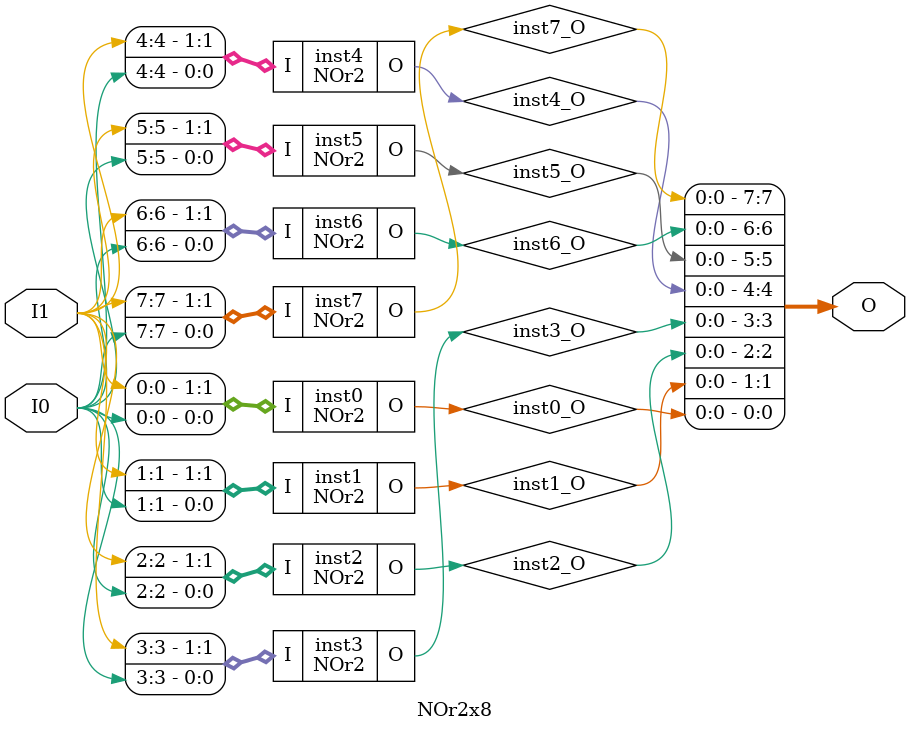
<source format=v>
module NOr2 (input [1:0] I, output  O);
wire  inst0_O;
LUT2 #(.INIT(4'h1)) inst0 (.I0(I[0]), .I1(I[1]), .O(inst0_O));
assign O = inst0_O;
endmodule

module NOr2x8 (input [7:0] I0, input [7:0] I1, output [7:0] O);
wire  inst0_O;
wire  inst1_O;
wire  inst2_O;
wire  inst3_O;
wire  inst4_O;
wire  inst5_O;
wire  inst6_O;
wire  inst7_O;
NOr2 inst0 (.I({I1[0],I0[0]}), .O(inst0_O));
NOr2 inst1 (.I({I1[1],I0[1]}), .O(inst1_O));
NOr2 inst2 (.I({I1[2],I0[2]}), .O(inst2_O));
NOr2 inst3 (.I({I1[3],I0[3]}), .O(inst3_O));
NOr2 inst4 (.I({I1[4],I0[4]}), .O(inst4_O));
NOr2 inst5 (.I({I1[5],I0[5]}), .O(inst5_O));
NOr2 inst6 (.I({I1[6],I0[6]}), .O(inst6_O));
NOr2 inst7 (.I({I1[7],I0[7]}), .O(inst7_O));
assign O = {inst7_O,inst6_O,inst5_O,inst4_O,inst3_O,inst2_O,inst1_O,inst0_O};
endmodule


</source>
